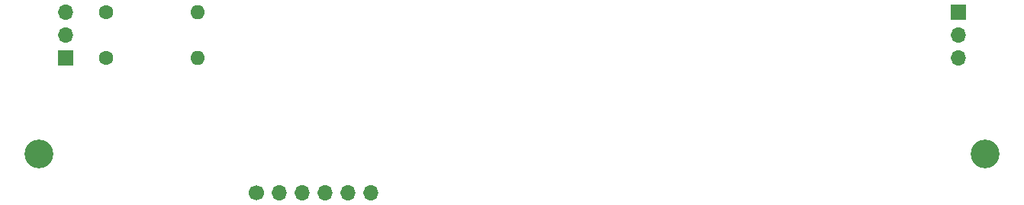
<source format=gbs>
G04 #@! TF.GenerationSoftware,KiCad,Pcbnew,(5.1.7)-1*
G04 #@! TF.CreationDate,2022-02-16T20:37:06+01:00*
G04 #@! TF.ProjectId,bluetooth-board,626c7565-746f-46f7-9468-2d626f617264,rev?*
G04 #@! TF.SameCoordinates,Original*
G04 #@! TF.FileFunction,Soldermask,Bot*
G04 #@! TF.FilePolarity,Negative*
%FSLAX46Y46*%
G04 Gerber Fmt 4.6, Leading zero omitted, Abs format (unit mm)*
G04 Created by KiCad (PCBNEW (5.1.7)-1) date 2022-02-16 20:37:06*
%MOMM*%
%LPD*%
G01*
G04 APERTURE LIST*
%ADD10R,1.700000X1.700000*%
%ADD11O,1.700000X1.700000*%
%ADD12C,1.700000*%
%ADD13C,1.600000*%
%ADD14O,1.600000X1.600000*%
%ADD15C,3.200000*%
G04 APERTURE END LIST*
D10*
X139500000Y-41750000D03*
D11*
X139500000Y-44290000D03*
X139500000Y-46830000D03*
D10*
X40500000Y-46830000D03*
D11*
X40500000Y-44290000D03*
X40500000Y-41750000D03*
D12*
X61650000Y-61750000D03*
D11*
X64190000Y-61750000D03*
X66730000Y-61750000D03*
X69270000Y-61750000D03*
X71810000Y-61750000D03*
X74350000Y-61750000D03*
D13*
X45000000Y-46830000D03*
D14*
X55160000Y-46830000D03*
D13*
X45000000Y-41750000D03*
D14*
X55160000Y-41750000D03*
D15*
X142500000Y-57500000D03*
X37500000Y-57500000D03*
M02*

</source>
